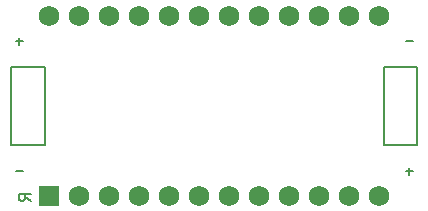
<source format=gbr>
%TF.GenerationSoftware,KiCad,Pcbnew,(6.0.4)*%
%TF.CreationDate,2022-10-25T22:36:08-04:00*%
%TF.ProjectId,battpack,62617474-7061-4636-9b2e-6b696361645f,v1.0.0*%
%TF.SameCoordinates,Original*%
%TF.FileFunction,Legend,Bot*%
%TF.FilePolarity,Positive*%
%FSLAX46Y46*%
G04 Gerber Fmt 4.6, Leading zero omitted, Abs format (unit mm)*
G04 Created by KiCad (PCBNEW (6.0.4)) date 2022-10-25 22:36:08*
%MOMM*%
%LPD*%
G01*
G04 APERTURE LIST*
%ADD10C,0.150000*%
%ADD11R,1.752600X1.752600*%
%ADD12C,1.752600*%
G04 APERTURE END LIST*
D10*
X-15547619Y-8059523D02*
X-16023809Y-7726190D01*
X-15547619Y-7488095D02*
X-16547619Y-7488095D01*
X-16547619Y-7869047D01*
X-16500000Y-7964285D01*
X-16452380Y-8011904D01*
X-16357142Y-8059523D01*
X-16214285Y-8059523D01*
X-16119047Y-8011904D01*
X-16071428Y-7964285D01*
X-16023809Y-7869047D01*
X-16023809Y-7488095D01*
%TO.C,PAD5*%
X16804761Y-5557142D02*
X16195238Y-5557142D01*
X16500000Y-5861904D02*
X16500000Y-5252380D01*
%TO.C,PAD6*%
X16804761Y5442857D02*
X16195238Y5442857D01*
%TO.C,PAD7*%
X-16195238Y5442857D02*
X-16804761Y5442857D01*
X-16500000Y5138095D02*
X-16500000Y5747619D01*
%TO.C,PAD8*%
X-16195238Y-5557142D02*
X-16804761Y-5557142D01*
%TO.C,T3*%
X17200000Y-1950000D02*
X17200000Y1950000D01*
X17200000Y0D02*
X17200000Y3300000D01*
X17200000Y3300000D02*
X14350000Y3300000D01*
X14350000Y3300000D02*
X14350000Y-3300000D01*
X14350000Y-3300000D02*
X17200000Y-3300000D01*
X17200000Y0D02*
X17200000Y-3300000D01*
%TO.C,T4*%
X-17200000Y1950000D02*
X-17200000Y-1950000D01*
X-17200000Y0D02*
X-17200000Y-3300000D01*
X-17200000Y-3300000D02*
X-14350000Y-3300000D01*
X-14350000Y-3300000D02*
X-14350000Y3300000D01*
X-14350000Y3300000D02*
X-17200000Y3300000D01*
X-17200000Y0D02*
X-17200000Y3300000D01*
%TD*%
D11*
%TO.C,*%
X-13970000Y-7620000D03*
D12*
X-11430000Y-7620000D03*
X-8890000Y-7620000D03*
X-6350000Y-7620000D03*
X-3810000Y-7620000D03*
X-1270000Y-7620000D03*
X1270000Y-7620000D03*
X3810000Y-7620000D03*
X6350000Y-7620000D03*
X8890000Y-7620000D03*
X11430000Y-7620000D03*
X13970000Y-7620000D03*
X13970000Y7620000D03*
X11430000Y7620000D03*
X8890000Y7620000D03*
X6350000Y7620000D03*
X3810000Y7620000D03*
X1270000Y7620000D03*
X-1270000Y7620000D03*
X-3810000Y7620000D03*
X-6350000Y7620000D03*
X-8890000Y7620000D03*
X-11430000Y7620000D03*
X-13970000Y7620000D03*
%TD*%
M02*

</source>
